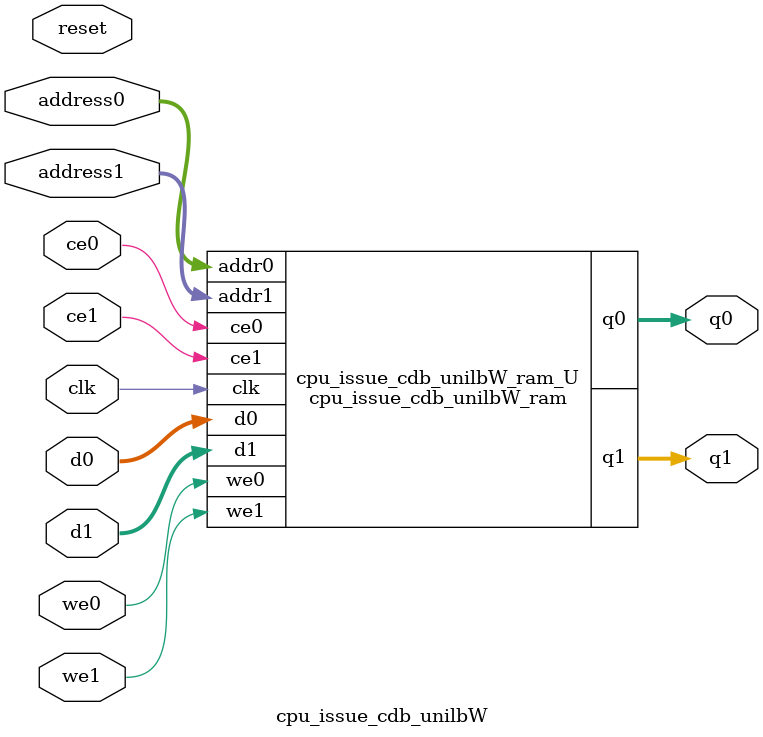
<source format=v>

`timescale 1 ns / 1 ps
module cpu_issue_cdb_unilbW_ram (addr0, ce0, d0, we0, q0, addr1, ce1, d1, we1, q1,  clk);

parameter DWIDTH = 8;
parameter AWIDTH = 2;
parameter MEM_SIZE = 4;

input[AWIDTH-1:0] addr0;
input ce0;
input[DWIDTH-1:0] d0;
input we0;
output reg[DWIDTH-1:0] q0;
input[AWIDTH-1:0] addr1;
input ce1;
input[DWIDTH-1:0] d1;
input we1;
output reg[DWIDTH-1:0] q1;
input clk;

(* ram_style = "block" *)reg [DWIDTH-1:0] ram[0:MEM_SIZE-1];




always @(posedge clk)  
begin 
    if (ce0) 
    begin
        if (we0) 
        begin 
            ram[addr0] <= d0; 
            q0 <= d0;
        end 
        else 
            q0 <= ram[addr0];
    end
end


always @(posedge clk)  
begin 
    if (ce1) 
    begin
        if (we1) 
        begin 
            ram[addr1] <= d1; 
            q1 <= d1;
        end 
        else 
            q1 <= ram[addr1];
    end
end


endmodule


`timescale 1 ns / 1 ps
module cpu_issue_cdb_unilbW(
    reset,
    clk,
    address0,
    ce0,
    we0,
    d0,
    q0,
    address1,
    ce1,
    we1,
    d1,
    q1);

parameter DataWidth = 32'd8;
parameter AddressRange = 32'd4;
parameter AddressWidth = 32'd2;
input reset;
input clk;
input[AddressWidth - 1:0] address0;
input ce0;
input we0;
input[DataWidth - 1:0] d0;
output[DataWidth - 1:0] q0;
input[AddressWidth - 1:0] address1;
input ce1;
input we1;
input[DataWidth - 1:0] d1;
output[DataWidth - 1:0] q1;



cpu_issue_cdb_unilbW_ram cpu_issue_cdb_unilbW_ram_U(
    .clk( clk ),
    .addr0( address0 ),
    .ce0( ce0 ),
    .we0( we0 ),
    .d0( d0 ),
    .q0( q0 ),
    .addr1( address1 ),
    .ce1( ce1 ),
    .we1( we1 ),
    .d1( d1 ),
    .q1( q1 ));

endmodule


</source>
